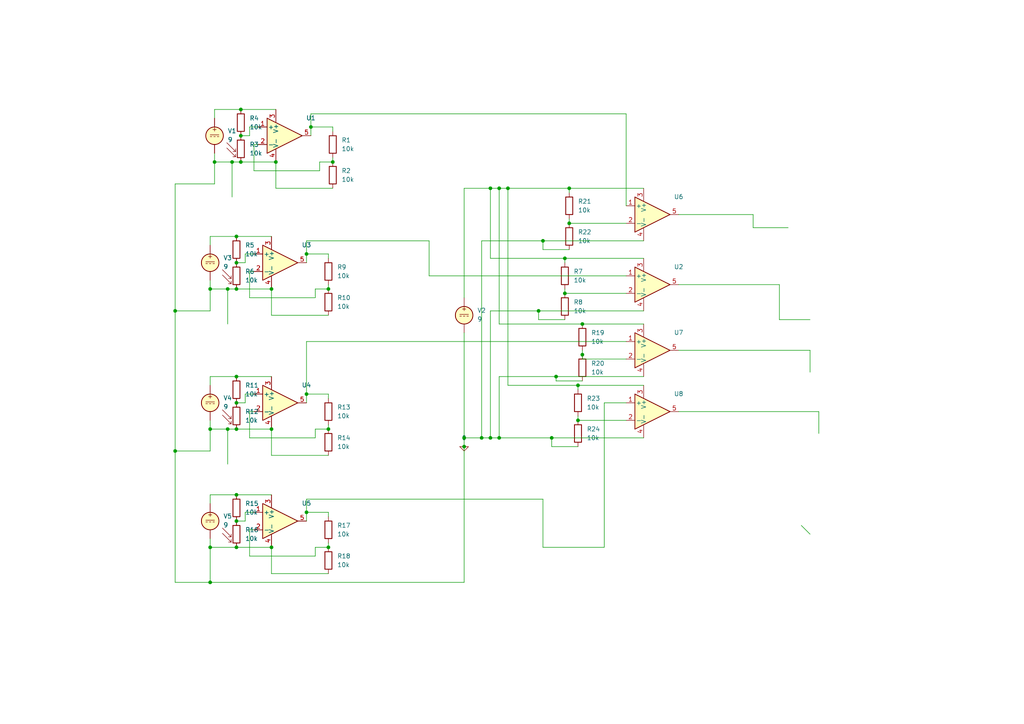
<source format=kicad_sch>
(kicad_sch (version 20250114) (generator "eeschema") (generator_version "9.0")
  (paper "A4")
  (lib_symbols
    (symbol "Device:R" (pin_numbers (hide yes)) (pin_names (offset 0))
      (property "Reference" "R" (at 2.032 0 90))
      (property "Value" "R" (at 0 0 90))
      (symbol "R_0_1"
        (rectangle (start -1.016 -2.54) (end 1.016 2.54) (stroke (width 0.254)))
      )
      (symbol "R_1_1"
        (pin passive line (at 0 3.81 270) (length 1.27) (name "~") (number "1"))
        (pin passive line (at 0 -3.81 90) (length 1.27) (name "~") (number "2"))
      )
    )
    (symbol "Sensor_Optical:A1050" (pin_numbers (hide yes)) (pin_names (offset 0))
      (property "Reference" "R" (at -5.08 0 90))
      (property "Value" "A1050" (at 1.905 0 90))
      (symbol "A1050_0_1"
        (polyline (pts (xy -1.524 -0.762) (xy -4.064 1.778)))
        (polyline (pts (xy -1.524 -0.762) (xy -2.286 -0.762)))
        (polyline (pts (xy -1.524 -0.762) (xy -1.524 0)))
        (polyline (pts (xy -1.524 -2.286) (xy -4.064 0.254)))
        (polyline (pts (xy -1.524 -2.286) (xy -2.286 -2.286)))
        (polyline (pts (xy -1.524 -2.286) (xy -1.524 -1.524)))
        (rectangle (start -1.016 2.54) (end 1.016 -2.54) (stroke (width 0.254)))
      )
      (symbol "A1050_1_1"
        (pin passive line (at 0 3.81 270) (length 1.27) (name "~") (number "1"))
        (pin passive line (at 0 -3.81 90) (length 1.27) (name "~") (number "2"))
      )
    )
    (symbol "Simulation_SPICE:0" (power) (pin_numbers (hide yes)) (pin_names (offset 0) (hide yes))
      (property "Value" "0" (at 0 -2.54 0))
      (symbol "0_0_1"
        (polyline (pts (xy -1.27 0) (xy 0 -1.27) (xy 1.27 0) (xy -1.27 0)))
      )
      (symbol "0_1_1"
        (pin power_in line (at 0 0 0) (length 0) (name "~") (number "1"))
      )
    )
    (symbol "Simulation_SPICE:OPAMP" (pin_names (offset 0.254))
      (property "Reference" "U" (at 3.81 3.175 0))
      (property "Value" "${SIM.PARAMS}" (at 3.81 -3.175 0))
      (symbol "OPAMP_0_1"
        (polyline (pts (xy 5.08 0) (xy -5.08 5.08) (xy -5.08 -5.08) (xy 5.08 0)) (stroke (width 0.254)) (fill (type background)))
      )
      (symbol "OPAMP_1_1"
        (pin input line (at -7.62 2.54 0) (length 2.54) (name "+") (number "1"))
        (pin input line (at -7.62 -2.54 0) (length 2.54) (name "-") (number "2"))
        (pin power_in line (at -2.54 7.62 270) (length 3.81) (name "V+") (number "3"))
        (pin power_in line (at -2.54 -7.62 90) (length 3.81) (name "V-") (number "4"))
        (pin output line (at 7.62 0 180) (length 2.54) (name "~") (number "5"))
      )
    )
    (symbol "Simulation_SPICE:VDC" (pin_numbers (hide yes)) (pin_names (offset 0.0254))
      (property "Reference" "V" (at 2.54 2.54 0))
      (property "Value" "1" (at 2.54 0 0))
      (symbol "VDC_0_0"
        (polyline (pts (xy -1.27 0.254) (xy 1.27 0.254)))
        (polyline (pts (xy -0.762 -0.254) (xy -1.27 -0.254)))
        (polyline (pts (xy 0.254 -0.254) (xy -0.254 -0.254)))
        (polyline (pts (xy 1.27 -0.254) (xy 0.762 -0.254)))
        (text "+" (at 0 1.905 0) (effects (font (size 1.27 1.27))))
      )
      (symbol "VDC_0_1"
        (circle (center 0 0) (radius 2.54) (stroke (width 0.254)) (fill (type background)))
      )
      (symbol "VDC_1_1"
        (pin passive line (at 0 5.08 270) (length 2.54) (name "~") (number "1"))
        (pin passive line (at 0 -5.08 90) (length 2.54) (name "~") (number "2"))
      )
    )
  )
  (junction (at 60.96 168.91))
  (junction (at 60.96 124.46))
  (junction (at 168.91 93.98))
  (junction (at 147.32 54.61))
  (junction (at 95.25 158.75))
  (junction (at 68.58 124.46))
  (junction (at 60.96 158.75))
  (junction (at 60.96 83.82))
  (junction (at 144.78 127))
  (junction (at 142.24 54.61))
  (junction (at 88.9 148.59))
  (junction (at 95.25 124.46))
  (junction (at 68.58 83.82))
  (junction (at 165.1 64.77))
  (junction (at 144.78 54.61))
  (junction (at 69.85 46.99))
  (junction (at 168.91 102.87))
  (junction (at 88.9 114.3))
  (junction (at 160.02 127))
  (junction (at 167.64 121.92))
  (junction (at 142.24 127))
  (junction (at 78.74 158.75))
  (junction (at 157.48 69.85))
  (junction (at 50.8 130.81))
  (junction (at 165.1 54.61))
  (junction (at 66.04 124.46))
  (junction (at 62.23 46.99))
  (junction (at 69.85 39.37))
  (junction (at 134.62 129.54))
  (junction (at 90.17 36.83))
  (junction (at 134.62 127))
  (junction (at 67.31 46.99))
  (junction (at 66.04 83.82))
  (junction (at 68.58 76.2))
  (junction (at 50.8 90.17))
  (junction (at 69.85 31.75))
  (junction (at 68.58 68.58))
  (junction (at 68.58 143.51))
  (junction (at 139.7 127))
  (junction (at 78.74 83.82))
  (junction (at 167.64 111.76))
  (junction (at 161.29 109.22))
  (junction (at 68.58 158.75))
  (junction (at 163.83 74.93))
  (junction (at 68.58 109.22))
  (junction (at 95.25 83.82))
  (junction (at 163.83 85.09))
  (junction (at 96.52 46.99))
  (junction (at 68.58 116.84))
  (junction (at 78.74 124.46))
  (junction (at 80.01 46.99))
  (junction (at 68.58 151.13))
  (junction (at 156.21 90.17))
  (junction (at 88.9 73.66))
  (bus_entry (at 232.41 152.4) (size 2.54 2.54))
  (wire (pts (xy 95.25 148.59) (xy 95.25 149.86)))
  (wire (pts (xy 91.44 86.36) (xy 91.44 83.82)))
  (wire (pts (xy 88.9 151.13) (xy 88.9 148.59)))
  (wire (pts (xy 181.61 85.09) (xy 163.83 85.09)))
  (wire (pts (xy 95.25 82.55) (xy 95.25 83.82)))
  (wire (pts (xy 186.69 111.76) (xy 167.64 111.76)))
  (wire (pts (xy 78.74 132.08) (xy 78.74 124.46)))
  (wire (pts (xy 186.69 90.17) (xy 156.21 90.17)))
  (wire (pts (xy 181.61 33.02) (xy 181.61 59.69)))
  (wire (pts (xy 134.62 127) (xy 134.62 129.54)))
  (wire (pts (xy 218.44 66.04) (xy 228.6 66.04)))
  (wire (pts (xy 186.69 54.61) (xy 165.1 54.61)))
  (wire (pts (xy 66.04 93.98) (xy 66.04 83.82)))
  (wire (pts (xy 186.69 93.98) (xy 168.91 93.98)))
  (wire (pts (xy 139.7 127) (xy 142.24 127)))
  (wire (pts (xy 144.78 93.98) (xy 144.78 54.61)))
  (wire (pts (xy 156.21 90.17) (xy 142.24 90.17)))
  (wire (pts (xy 72.39 39.37) (xy 69.85 39.37)))
  (wire (pts (xy 66.04 134.62) (xy 66.04 124.46)))
  (wire (pts (xy 175.26 116.84) (xy 175.26 158.75)))
  (wire (pts (xy 91.44 127) (xy 91.44 124.46)))
  (wire (pts (xy 72.39 153.67) (xy 72.39 161.29)))
  (wire (pts (xy 68.58 109.22) (xy 78.74 109.22)))
  (wire (pts (xy 90.17 39.37) (xy 90.17 36.83)))
  (wire (pts (xy 163.83 74.93) (xy 142.24 74.93)))
  (wire (pts (xy 181.61 104.14) (xy 168.91 104.14)))
  (wire (pts (xy 167.64 111.76) (xy 147.32 111.76)))
  (wire (pts (xy 71.12 116.84) (xy 68.58 116.84)))
  (wire (pts (xy 90.17 33.02) (xy 181.61 33.02)))
  (wire (pts (xy 60.96 168.91) (xy 134.62 168.91)))
  (wire (pts (xy 167.64 121.92) (xy 181.61 121.92)))
  (wire (pts (xy 78.74 91.44) (xy 78.74 83.82)))
  (wire (pts (xy 71.12 76.2) (xy 68.58 76.2)))
  (wire (pts (xy 62.23 31.75) (xy 69.85 31.75)))
  (wire (pts (xy 60.96 143.51) (xy 68.58 143.51)))
  (wire (pts (xy 134.62 96.52) (xy 134.62 127)))
  (wire (pts (xy 186.69 109.22) (xy 161.29 109.22)))
  (wire (pts (xy 62.23 46.99) (xy 67.31 46.99)))
  (wire (pts (xy 60.96 81.28) (xy 60.96 83.82)))
  (wire (pts (xy 73.66 114.3) (xy 71.12 114.3)))
  (wire (pts (xy 88.9 116.84) (xy 88.9 114.3)))
  (wire (pts (xy 157.48 69.85) (xy 157.48 72.39)))
  (wire (pts (xy 62.23 53.34) (xy 50.8 53.34)))
  (wire (pts (xy 68.58 158.75) (xy 78.74 158.75)))
  (wire (pts (xy 80.01 54.61) (xy 80.01 46.99)))
  (wire (pts (xy 90.17 36.83) (xy 96.52 36.83)))
  (wire (pts (xy 91.44 83.82) (xy 95.25 83.82)))
  (wire (pts (xy 147.32 111.76) (xy 147.32 54.61)))
  (wire (pts (xy 92.71 49.53) (xy 92.71 46.99)))
  (wire (pts (xy 147.32 54.61) (xy 144.78 54.61)))
  (wire (pts (xy 95.25 114.3) (xy 95.25 115.57)))
  (wire (pts (xy 95.25 132.08) (xy 78.74 132.08)))
  (wire (pts (xy 157.48 144.78) (xy 157.48 158.75)))
  (wire (pts (xy 68.58 143.51) (xy 78.74 143.51)))
  (wire (pts (xy 71.12 73.66) (xy 71.12 76.2)))
  (wire (pts (xy 88.9 144.78) (xy 88.9 148.59)))
  (wire (pts (xy 68.58 83.82) (xy 78.74 83.82)))
  (wire (pts (xy 196.85 62.23) (xy 218.44 62.23)))
  (wire (pts (xy 142.24 127) (xy 144.78 127)))
  (wire (pts (xy 72.39 78.74) (xy 72.39 86.36)))
  (wire (pts (xy 90.17 33.02) (xy 90.17 36.83)))
  (wire (pts (xy 88.9 76.2) (xy 88.9 73.66)))
  (wire (pts (xy 134.62 129.54) (xy 134.62 168.91)))
  (wire (pts (xy 72.39 86.36) (xy 91.44 86.36)))
  (wire (pts (xy 60.96 68.58) (xy 68.58 68.58)))
  (wire (pts (xy 168.91 102.87) (xy 168.91 104.14)))
  (wire (pts (xy 72.39 161.29) (xy 91.44 161.29)))
  (wire (pts (xy 50.8 168.91) (xy 60.96 168.91)))
  (wire (pts (xy 88.9 73.66) (xy 95.25 73.66)))
  (wire (pts (xy 186.69 74.93) (xy 163.83 74.93)))
  (wire (pts (xy 68.58 68.58) (xy 78.74 68.58)))
  (wire (pts (xy 50.8 130.81) (xy 50.8 90.17)))
  (wire (pts (xy 60.96 124.46) (xy 66.04 124.46)))
  (wire (pts (xy 73.66 153.67) (xy 72.39 153.67)))
  (wire (pts (xy 144.78 54.61) (xy 142.24 54.61)))
  (wire (pts (xy 96.52 54.61) (xy 80.01 54.61)))
  (wire (pts (xy 196.85 82.55) (xy 226.06 82.55)))
  (wire (pts (xy 95.25 157.48) (xy 95.25 158.75)))
  (wire (pts (xy 124.46 80.01) (xy 181.61 80.01)))
  (wire (pts (xy 88.9 148.59) (xy 95.25 148.59)))
  (wire (pts (xy 142.24 90.17) (xy 142.24 127)))
  (wire (pts (xy 91.44 158.75) (xy 95.25 158.75)))
  (wire (pts (xy 73.66 78.74) (xy 72.39 78.74)))
  (wire (pts (xy 78.74 166.37) (xy 78.74 158.75)))
  (wire (pts (xy 144.78 109.22) (xy 144.78 127)))
  (wire (pts (xy 134.62 54.61) (xy 134.62 86.36)))
  (wire (pts (xy 73.66 119.38) (xy 72.39 119.38)))
  (wire (pts (xy 73.66 73.66) (xy 71.12 73.66)))
  (wire (pts (xy 62.23 46.99) (xy 62.23 53.34)))
  (wire (pts (xy 60.96 83.82) (xy 60.96 90.17)))
  (wire (pts (xy 88.9 144.78) (xy 157.48 144.78)))
  (wire (pts (xy 226.06 92.71) (xy 234.95 92.71)))
  (wire (pts (xy 139.7 69.85) (xy 139.7 127)))
  (wire (pts (xy 50.8 90.17) (xy 60.96 90.17)))
  (wire (pts (xy 88.9 69.85) (xy 124.46 69.85)))
  (wire (pts (xy 142.24 74.93) (xy 142.24 54.61)))
  (wire (pts (xy 74.93 36.83) (xy 72.39 36.83)))
  (wire (pts (xy 95.25 91.44) (xy 78.74 91.44)))
  (wire (pts (xy 60.96 121.92) (xy 60.96 124.46)))
  (wire (pts (xy 161.29 109.22) (xy 144.78 109.22)))
  (wire (pts (xy 124.46 69.85) (xy 124.46 80.01)))
  (wire (pts (xy 66.04 124.46) (xy 68.58 124.46)))
  (wire (pts (xy 88.9 69.85) (xy 88.9 73.66)))
  (wire (pts (xy 163.83 92.71) (xy 156.21 92.71)))
  (wire (pts (xy 95.25 166.37) (xy 78.74 166.37)))
  (wire (pts (xy 92.71 46.99) (xy 96.52 46.99)))
  (wire (pts (xy 91.44 161.29) (xy 91.44 158.75)))
  (wire (pts (xy 160.02 127) (xy 160.02 129.54)))
  (wire (pts (xy 234.95 107.95) (xy 234.95 101.6)))
  (wire (pts (xy 186.69 69.85) (xy 157.48 69.85)))
  (wire (pts (xy 62.23 34.29) (xy 62.23 31.75)))
  (wire (pts (xy 60.96 83.82) (xy 66.04 83.82)))
  (wire (pts (xy 62.23 44.45) (xy 62.23 46.99)))
  (wire (pts (xy 68.58 124.46) (xy 78.74 124.46)))
  (wire (pts (xy 167.64 129.54) (xy 160.02 129.54)))
  (wire (pts (xy 196.85 101.6) (xy 234.95 101.6)))
  (wire (pts (xy 69.85 31.75) (xy 80.01 31.75)))
  (wire (pts (xy 142.24 54.61) (xy 134.62 54.61)))
  (wire (pts (xy 60.96 158.75) (xy 68.58 158.75)))
  (wire (pts (xy 74.93 41.91) (xy 73.66 41.91)))
  (wire (pts (xy 165.1 54.61) (xy 165.1 55.88)))
  (wire (pts (xy 60.96 130.81) (xy 50.8 130.81)))
  (wire (pts (xy 69.85 46.99) (xy 80.01 46.99)))
  (wire (pts (xy 196.85 119.38) (xy 237.49 119.38)))
  (wire (pts (xy 218.44 62.23) (xy 218.44 66.04)))
  (wire (pts (xy 226.06 82.55) (xy 226.06 92.71)))
  (wire (pts (xy 165.1 54.61) (xy 147.32 54.61)))
  (wire (pts (xy 88.9 99.06) (xy 181.61 99.06)))
  (wire (pts (xy 160.02 127) (xy 186.69 127)))
  (wire (pts (xy 71.12 151.13) (xy 68.58 151.13)))
  (wire (pts (xy 134.62 127) (xy 139.7 127)))
  (wire (pts (xy 88.9 114.3) (xy 95.25 114.3)))
  (wire (pts (xy 237.49 125.73) (xy 237.49 119.38)))
  (wire (pts (xy 71.12 114.3) (xy 71.12 116.84)))
  (wire (pts (xy 96.52 36.83) (xy 96.52 38.1)))
  (wire (pts (xy 60.96 156.21) (xy 60.96 158.75)))
  (wire (pts (xy 167.64 120.65) (xy 167.64 121.92)))
  (wire (pts (xy 72.39 36.83) (xy 72.39 39.37)))
  (wire (pts (xy 168.91 110.49) (xy 161.29 110.49)))
  (wire (pts (xy 181.61 116.84) (xy 175.26 116.84)))
  (wire (pts (xy 165.1 72.39) (xy 157.48 72.39)))
  (wire (pts (xy 60.96 71.12) (xy 60.96 68.58)))
  (wire (pts (xy 67.31 57.15) (xy 67.31 46.99)))
  (wire (pts (xy 157.48 69.85) (xy 139.7 69.85)))
  (wire (pts (xy 156.21 90.17) (xy 156.21 92.71)))
  (wire (pts (xy 168.91 93.98) (xy 144.78 93.98)))
  (wire (pts (xy 91.44 124.46) (xy 95.25 124.46)))
  (wire (pts (xy 88.9 99.06) (xy 88.9 114.3)))
  (wire (pts (xy 181.61 64.77) (xy 165.1 64.77)))
  (wire (pts (xy 95.25 123.19) (xy 95.25 124.46)))
  (wire (pts (xy 96.52 45.72) (xy 96.52 46.99)))
  (wire (pts (xy 73.66 148.59) (xy 71.12 148.59)))
  (wire (pts (xy 167.64 111.76) (xy 167.64 113.03)))
  (wire (pts (xy 60.96 109.22) (xy 68.58 109.22)))
  (wire (pts (xy 163.83 83.82) (xy 163.83 85.09)))
  (wire (pts (xy 168.91 101.6) (xy 168.91 102.87)))
  (wire (pts (xy 95.25 73.66) (xy 95.25 74.93)))
  (wire (pts (xy 60.96 124.46) (xy 60.96 130.81)))
  (wire (pts (xy 73.66 41.91) (xy 73.66 49.53)))
  (wire (pts (xy 50.8 130.81) (xy 50.8 168.91)))
  (wire (pts (xy 71.12 148.59) (xy 71.12 151.13)))
  (wire (pts (xy 67.31 46.99) (xy 69.85 46.99)))
  (wire (pts (xy 60.96 111.76) (xy 60.96 109.22)))
  (wire (pts (xy 60.96 158.75) (xy 60.96 168.91)))
  (wire (pts (xy 157.48 158.75) (xy 175.26 158.75)))
  (wire (pts (xy 50.8 53.34) (xy 50.8 90.17)))
  (wire (pts (xy 165.1 64.77) (xy 165.1 63.5)))
  (wire (pts (xy 144.78 127) (xy 160.02 127)))
  (wire (pts (xy 66.04 83.82) (xy 68.58 83.82)))
  (wire (pts (xy 72.39 119.38) (xy 72.39 127)))
  (wire (pts (xy 163.83 74.93) (xy 163.83 76.2)))
  (wire (pts (xy 73.66 49.53) (xy 92.71 49.53)))
  (wire (pts (xy 72.39 127) (xy 91.44 127)))
  (wire (pts (xy 60.96 146.05) (xy 60.96 143.51)))
  (wire (pts (xy 161.29 109.22) (xy 161.29 110.49)))
  (symbol (lib_id "Simulation_SPICE:VDC") (at 62.23 39.37 0) (unit 1)
    (property "Reference" "V1" (at 66.04 37.9701 0) (effects (justify left)))
    (property "Value" "9" (at 66.04 40.5101 0) (effects (justify left)))
    (property "Datasheet" "https://ngspice.sourceforge.io/docs/ngspice-html-manual/manual.xhtml#sec_Independent_Sources_for" (effects (hide yes)))
    (property "Description" "Voltage source, DC" (effects (hide yes)))
    (property "Sim.Pins" "1=+ 2=-" (effects (hide yes)))
    (property "Sim.Type" "DC" (effects (hide yes)))
    (property "Sim.Device" "V" (effects (hide yes)))
  )
  (symbol (lib_id "Device:R") (at 69.85 35.56 0) (unit 1)
    (property "Reference" "R4" (at 72.39 34.2899 0) (effects (justify left)))
    (property "Value" "10k" (at 72.39 36.8299 0) (effects (justify left)))
    (property "Description" "Resistor" (effects (hide yes)))
  )
  (symbol (lib_id "Simulation_SPICE:VDC") (at 60.96 116.84 0) (unit 1)
    (property "Reference" "V4" (at 64.77 115.4401 0) (effects (justify left)))
    (property "Value" "9" (at 64.77 117.9801 0) (effects (justify left)))
    (property "Datasheet" "https://ngspice.sourceforge.io/docs/ngspice-html-manual/manual.xhtml#sec_Independent_Sources_for" (effects (hide yes)))
    (property "Description" "Voltage source, DC" (effects (hide yes)))
    (property "Sim.Pins" "1=+ 2=-" (effects (hide yes)))
    (property "Sim.Type" "DC" (effects (hide yes)))
    (property "Sim.Device" "V" (effects (hide yes)))
  )
  (symbol (lib_id "Device:R") (at 165.1 68.58 0) (unit 1)
    (property "Reference" "R22" (at 167.64 67.3099 0) (effects (justify left)))
    (property "Value" "10k" (at 167.64 69.8499 0) (effects (justify left)))
    (property "Description" "Resistor" (effects (hide yes)))
  )
  (symbol (lib_id "Device:R") (at 68.58 113.03 0) (unit 1)
    (property "Reference" "R11" (at 71.12 111.7599 0) (effects (justify left)))
    (property "Value" "10k" (at 71.12 114.2999 0) (effects (justify left)))
    (property "Description" "Resistor" (effects (hide yes)))
  )
  (symbol (lib_id "Device:R") (at 167.64 116.84 0) (unit 1)
    (property "Reference" "R23" (at 170.18 115.5699 0) (effects (justify left)))
    (property "Value" "10k" (at 170.18 118.1099 0) (effects (justify left)))
    (property "Description" "Resistor" (effects (hide yes)))
  )
  (symbol (lib_id "Device:R") (at 95.25 162.56 0) (unit 1)
    (property "Reference" "R18" (at 97.79 161.2899 0) (effects (justify left)))
    (property "Value" "10k" (at 97.79 163.8299 0) (effects (justify left)))
    (property "Description" "Resistor" (effects (hide yes)))
  )
  (symbol (lib_id "Simulation_SPICE:VDC") (at 60.96 151.13 0) (unit 1)
    (property "Reference" "V5" (at 64.77 149.7301 0) (effects (justify left)))
    (property "Value" "9" (at 64.77 152.2701 0) (effects (justify left)))
    (property "Datasheet" "https://ngspice.sourceforge.io/docs/ngspice-html-manual/manual.xhtml#sec_Independent_Sources_for" (effects (hide yes)))
    (property "Description" "Voltage source, DC" (effects (hide yes)))
    (property "Sim.Pins" "1=+ 2=-" (effects (hide yes)))
    (property "Sim.Type" "DC" (effects (hide yes)))
    (property "Sim.Device" "V" (effects (hide yes)))
  )
  (symbol (lib_id "Simulation_SPICE:OPAMP") (at 82.55 39.37 0) (unit 1)
    (property "Reference" "U1" (at 90.17 34.2198 0))
    (property "Value" "${SIM.PARAMS}" (at 90.17 36.1249 0))
    (property "Datasheet" "https://ngspice.sourceforge.io/docs/ngspice-html-manual/manual.xhtml#sec__SUBCKT_Subcircuits" (effects (hide yes)))
    (property "Description" "Operational amplifier, single" (effects (hide yes)))
    (property "Sim.Pins" "1=in+ 2=in- 3=vcc 4=vee 5=out" (effects (hide yes)))
    (property "Sim.Device" "SUBCKT" (effects (hide yes)))
    (property "Sim.Library" "${KICAD9_SYMBOL_DIR}/Simulation_SPICE.sp" (effects (hide yes)))
    (property "Sim.Name" "kicad_builtin_opamp" (effects (hide yes)))
  )
  (symbol (lib_id "Device:R") (at 167.64 125.73 0) (unit 1)
    (property "Reference" "R24" (at 170.18 124.4599 0) (effects (justify left)))
    (property "Value" "10k" (at 170.18 126.9999 0) (effects (justify left)))
    (property "Description" "Resistor" (effects (hide yes)))
  )
  (symbol (lib_id "Device:R") (at 95.25 119.38 0) (unit 1)
    (property "Reference" "R13" (at 97.79 118.1099 0) (effects (justify left)))
    (property "Value" "10k" (at 97.79 120.6499 0) (effects (justify left)))
    (property "Description" "Resistor" (effects (hide yes)))
  )
  (symbol (lib_id "Sensor_Optical:A1050") (at 68.58 80.01 0) (unit 1)
    (property "Reference" "R6" (at 71.12 78.7399 0) (effects (justify left)))
    (property "Value" "10k" (at 71.12 81.2799 0) (effects (justify left)))
    (property "Footprint" "OptoDevice:R_LDR_D6.4mm_P3.4mm_Vertical" (effects (hide yes)))
    (property "Datasheet" "http://cdn-reichelt.de/documents/datenblatt/A500/A106012.pdf" (effects (hide yes)))
    (property "Description" "light dependent resistor" (effects (hide yes)))
  )
  (symbol (lib_id "Sensor_Optical:A1050") (at 69.85 43.18 0) (unit 1)
    (property "Reference" "R3" (at 72.39 41.9099 0) (effects (justify left)))
    (property "Value" "10k" (at 72.39 44.4499 0) (effects (justify left)))
    (property "Footprint" "OptoDevice:R_LDR_D6.4mm_P3.4mm_Vertical" (effects (hide yes)))
    (property "Datasheet" "http://cdn-reichelt.de/documents/datenblatt/A500/A106012.pdf" (effects (hide yes)))
    (property "Description" "light dependent resistor" (effects (hide yes)))
  )
  (symbol (lib_id "Sensor_Optical:A1050") (at 68.58 120.65 0) (unit 1)
    (property "Reference" "R12" (at 71.12 119.3799 0) (effects (justify left)))
    (property "Value" "10k" (at 71.12 121.9199 0) (effects (justify left)))
    (property "Footprint" "OptoDevice:R_LDR_D6.4mm_P3.4mm_Vertical" (effects (hide yes)))
    (property "Datasheet" "http://cdn-reichelt.de/documents/datenblatt/A500/A106012.pdf" (effects (hide yes)))
    (property "Description" "light dependent resistor" (effects (hide yes)))
  )
  (symbol (lib_id "Device:R") (at 95.25 87.63 0) (unit 1)
    (property "Reference" "R10" (at 97.79 86.3599 0) (effects (justify left)))
    (property "Value" "10k" (at 97.79 88.8999 0) (effects (justify left)))
    (property "Description" "Resistor" (effects (hide yes)))
  )
  (symbol (lib_id "Simulation_SPICE:VDC") (at 60.96 76.2 0) (unit 1)
    (property "Reference" "V3" (at 64.77 74.8001 0) (effects (justify left)))
    (property "Value" "9" (at 64.77 77.3401 0) (effects (justify left)))
    (property "Datasheet" "https://ngspice.sourceforge.io/docs/ngspice-html-manual/manual.xhtml#sec_Independent_Sources_for" (effects (hide yes)))
    (property "Description" "Voltage source, DC" (effects (hide yes)))
    (property "Sim.Pins" "1=+ 2=-" (effects (hide yes)))
    (property "Sim.Type" "DC" (effects (hide yes)))
    (property "Sim.Device" "V" (effects (hide yes)))
  )
  (symbol (lib_id "Device:R") (at 168.91 106.68 0) (unit 1)
    (property "Reference" "R20" (at 171.45 105.4099 0) (effects (justify left)))
    (property "Value" "10k" (at 171.45 107.9499 0) (effects (justify left)))
    (property "Description" "Resistor" (effects (hide yes)))
  )
  (symbol (lib_id "Simulation_SPICE:OPAMP") (at 189.23 82.55 0) (unit 1)
    (property "Reference" "U2" (at 196.85 77.3998 0))
    (property "Value" "${SIM.PARAMS}" (at 196.85 79.3049 0))
    (property "Datasheet" "https://ngspice.sourceforge.io/docs/ngspice-html-manual/manual.xhtml#sec__SUBCKT_Subcircuits" (effects (hide yes)))
    (property "Description" "Operational amplifier, single" (effects (hide yes)))
    (property "Sim.Pins" "1=in+ 2=in- 3=vcc 4=vee 5=out" (effects (hide yes)))
    (property "Sim.Device" "SUBCKT" (effects (hide yes)))
    (property "Sim.Library" "${KICAD9_SYMBOL_DIR}/Simulation_SPICE.sp" (effects (hide yes)))
    (property "Sim.Name" "kicad_builtin_opamp" (effects (hide yes)))
  )
  (symbol (lib_id "Simulation_SPICE:OPAMP") (at 81.28 76.2 0) (unit 1)
    (property "Reference" "U3" (at 88.9 71.0498 0))
    (property "Value" "${SIM.PARAMS}" (at 88.9 72.9549 0))
    (property "Datasheet" "https://ngspice.sourceforge.io/docs/ngspice-html-manual/manual.xhtml#sec__SUBCKT_Subcircuits" (effects (hide yes)))
    (property "Description" "Operational amplifier, single" (effects (hide yes)))
    (property "Sim.Pins" "1=in+ 2=in- 3=vcc 4=vee 5=out" (effects (hide yes)))
    (property "Sim.Device" "SUBCKT" (effects (hide yes)))
    (property "Sim.Library" "${KICAD9_SYMBOL_DIR}/Simulation_SPICE.sp" (effects (hide yes)))
    (property "Sim.Name" "kicad_builtin_opamp" (effects (hide yes)))
  )
  (symbol (lib_id "Device:R") (at 96.52 50.8 0) (unit 1)
    (property "Reference" "R2" (at 99.06 49.5299 0) (effects (justify left)))
    (property "Value" "10k" (at 99.06 52.0699 0) (effects (justify left)))
    (property "Description" "Resistor" (effects (hide yes)))
  )
  (symbol (lib_id "Device:R") (at 165.1 59.69 0) (unit 1)
    (property "Reference" "R21" (at 167.64 58.4199 0) (effects (justify left)))
    (property "Value" "10k" (at 167.64 60.9599 0) (effects (justify left)))
    (property "Description" "Resistor" (effects (hide yes)))
  )
  (symbol (lib_id "Device:R") (at 95.25 128.27 0) (unit 1)
    (property "Reference" "R14" (at 97.79 126.9999 0) (effects (justify left)))
    (property "Value" "10k" (at 97.79 129.5399 0) (effects (justify left)))
    (property "Description" "Resistor" (effects (hide yes)))
  )
  (symbol (lib_id "Device:R") (at 163.83 80.01 0) (unit 1)
    (property "Reference" "R7" (at 166.37 78.7399 0) (effects (justify left)))
    (property "Value" "10k" (at 166.37 81.2799 0) (effects (justify left)))
    (property "Description" "Resistor" (effects (hide yes)))
  )
  (symbol (lib_id "Simulation_SPICE:OPAMP") (at 189.23 119.38 0) (unit 1)
    (property "Reference" "U8" (at 196.85 114.2298 0))
    (property "Value" "${SIM.PARAMS}" (at 196.85 116.1349 0))
    (property "Datasheet" "https://ngspice.sourceforge.io/docs/ngspice-html-manual/manual.xhtml#sec__SUBCKT_Subcircuits" (effects (hide yes)))
    (property "Description" "Operational amplifier, single" (effects (hide yes)))
    (property "Sim.Pins" "1=in+ 2=in- 3=vcc 4=vee 5=out" (effects (hide yes)))
    (property "Sim.Device" "SUBCKT" (effects (hide yes)))
    (property "Sim.Library" "${KICAD9_SYMBOL_DIR}/Simulation_SPICE.sp" (effects (hide yes)))
    (property "Sim.Name" "kicad_builtin_opamp" (effects (hide yes)))
  )
  (symbol (lib_id "Simulation_SPICE:OPAMP") (at 189.23 62.23 0) (unit 1)
    (property "Reference" "U6" (at 196.85 57.0798 0))
    (property "Value" "${SIM.PARAMS}" (at 196.85 58.9849 0))
    (property "Datasheet" "https://ngspice.sourceforge.io/docs/ngspice-html-manual/manual.xhtml#sec__SUBCKT_Subcircuits" (effects (hide yes)))
    (property "Description" "Operational amplifier, single" (effects (hide yes)))
    (property "Sim.Pins" "1=in+ 2=in- 3=vcc 4=vee 5=out" (effects (hide yes)))
    (property "Sim.Device" "SUBCKT" (effects (hide yes)))
    (property "Sim.Library" "${KICAD9_SYMBOL_DIR}/Simulation_SPICE.sp" (effects (hide yes)))
    (property "Sim.Name" "kicad_builtin_opamp" (effects (hide yes)))
  )
  (symbol (lib_id "Simulation_SPICE:VDC") (at 134.62 91.44 0) (unit 1)
    (property "Reference" "V2" (at 138.43 90.0401 0) (effects (justify left)))
    (property "Value" "9" (at 138.43 92.5801 0) (effects (justify left)))
    (property "Datasheet" "https://ngspice.sourceforge.io/docs/ngspice-html-manual/manual.xhtml#sec_Independent_Sources_for" (effects (hide yes)))
    (property "Description" "Voltage source, DC" (effects (hide yes)))
    (property "Sim.Pins" "1=+ 2=-" (effects (hide yes)))
    (property "Sim.Type" "DC" (effects (hide yes)))
    (property "Sim.Device" "V" (effects (hide yes)))
  )
  (symbol (lib_id "Sensor_Optical:A1050") (at 68.58 154.94 0) (unit 1)
    (property "Reference" "R16" (at 71.12 153.6699 0) (effects (justify left)))
    (property "Value" "10k" (at 71.12 156.2099 0) (effects (justify left)))
    (property "Footprint" "OptoDevice:R_LDR_D6.4mm_P3.4mm_Vertical" (effects (hide yes)))
    (property "Datasheet" "http://cdn-reichelt.de/documents/datenblatt/A500/A106012.pdf" (effects (hide yes)))
    (property "Description" "light dependent resistor" (effects (hide yes)))
  )
  (symbol (lib_id "Simulation_SPICE:OPAMP") (at 81.28 151.13 0) (unit 1)
    (property "Reference" "U5" (at 88.9 145.9798 0))
    (property "Value" "${SIM.PARAMS}" (at 88.9 147.8849 0))
    (property "Datasheet" "https://ngspice.sourceforge.io/docs/ngspice-html-manual/manual.xhtml#sec__SUBCKT_Subcircuits" (effects (hide yes)))
    (property "Description" "Operational amplifier, single" (effects (hide yes)))
    (property "Sim.Pins" "1=in+ 2=in- 3=vcc 4=vee 5=out" (effects (hide yes)))
    (property "Sim.Device" "SUBCKT" (effects (hide yes)))
    (property "Sim.Library" "${KICAD9_SYMBOL_DIR}/Simulation_SPICE.sp" (effects (hide yes)))
    (property "Sim.Name" "kicad_builtin_opamp" (effects (hide yes)))
  )
  (symbol (lib_id "Device:R") (at 68.58 147.32 0) (unit 1)
    (property "Reference" "R15" (at 71.12 146.0499 0) (effects (justify left)))
    (property "Value" "10k" (at 71.12 148.5899 0) (effects (justify left)))
    (property "Description" "Resistor" (effects (hide yes)))
  )
  (symbol (lib_id "Device:R") (at 163.83 88.9 0) (unit 1)
    (property "Reference" "R8" (at 166.37 87.6299 0) (effects (justify left)))
    (property "Value" "10k" (at 166.37 90.1699 0) (effects (justify left)))
    (property "Description" "Resistor" (effects (hide yes)))
  )
  (symbol (lib_id "Device:R") (at 168.91 97.79 0) (unit 1)
    (property "Reference" "R19" (at 171.45 96.5199 0) (effects (justify left)))
    (property "Value" "10k" (at 171.45 99.0599 0) (effects (justify left)))
    (property "Description" "Resistor" (effects (hide yes)))
  )
  (symbol (lib_id "Simulation_SPICE:OPAMP") (at 189.23 101.6 0) (unit 1)
    (property "Reference" "U7" (at 196.85 96.4498 0))
    (property "Value" "${SIM.PARAMS}" (at 196.85 98.3549 0))
    (property "Datasheet" "https://ngspice.sourceforge.io/docs/ngspice-html-manual/manual.xhtml#sec__SUBCKT_Subcircuits" (effects (hide yes)))
    (property "Description" "Operational amplifier, single" (effects (hide yes)))
    (property "Sim.Pins" "1=in+ 2=in- 3=vcc 4=vee 5=out" (effects (hide yes)))
    (property "Sim.Device" "SUBCKT" (effects (hide yes)))
    (property "Sim.Library" "${KICAD9_SYMBOL_DIR}/Simulation_SPICE.sp" (effects (hide yes)))
    (property "Sim.Name" "kicad_builtin_opamp" (effects (hide yes)))
  )
  (symbol (lib_id "Simulation_SPICE:OPAMP") (at 81.28 116.84 0) (unit 1)
    (property "Reference" "U4" (at 88.9 111.6898 0))
    (property "Value" "${SIM.PARAMS}" (at 88.9 113.5949 0))
    (property "Datasheet" "https://ngspice.sourceforge.io/docs/ngspice-html-manual/manual.xhtml#sec__SUBCKT_Subcircuits" (effects (hide yes)))
    (property "Description" "Operational amplifier, single" (effects (hide yes)))
    (property "Sim.Pins" "1=in+ 2=in- 3=vcc 4=vee 5=out" (effects (hide yes)))
    (property "Sim.Device" "SUBCKT" (effects (hide yes)))
    (property "Sim.Library" "${KICAD9_SYMBOL_DIR}/Simulation_SPICE.sp" (effects (hide yes)))
    (property "Sim.Name" "kicad_builtin_opamp" (effects (hide yes)))
  )
  (symbol (lib_id "Simulation_SPICE:0") (at 134.62 129.54 0) (unit 1)
    (property "Reference" "#GND02" (effects (hide yes)))
    (property "Value" "0" (at 134.62 127 0))
    (property "Datasheet" "https://ngspice.sourceforge.io/docs/ngspice-html-manual/manual.xhtml#subsec_Circuit_elements__device" (effects (hide yes)))
    (property "Description" "0V reference potential for simulation" (effects (hide yes)))
  )
  (symbol (lib_id "Device:R") (at 95.25 78.74 0) (unit 1)
    (property "Reference" "R9" (at 97.79 77.4699 0) (effects (justify left)))
    (property "Value" "10k" (at 97.79 80.0099 0) (effects (justify left)))
    (property "Description" "Resistor" (effects (hide yes)))
  )
  (symbol (lib_id "Device:R") (at 68.58 72.39 0) (unit 1)
    (property "Reference" "R5" (at 71.12 71.1199 0) (effects (justify left)))
    (property "Value" "10k" (at 71.12 73.6599 0) (effects (justify left)))
    (property "Description" "Resistor" (effects (hide yes)))
  )
  (symbol (lib_id "Device:R") (at 95.25 153.67 0) (unit 1)
    (property "Reference" "R17" (at 97.79 152.3999 0) (effects (justify left)))
    (property "Value" "10k" (at 97.79 154.9399 0) (effects (justify left)))
    (property "Description" "Resistor" (effects (hide yes)))
  )
  (symbol (lib_id "Device:R") (at 96.52 41.91 0) (unit 1)
    (property "Reference" "R1" (at 99.06 40.6399 0) (effects (justify left)))
    (property "Value" "10k" (at 99.06 43.1799 0) (effects (justify left)))
    (property "Description" "Resistor" (effects (hide yes)))
  )
)
</source>
